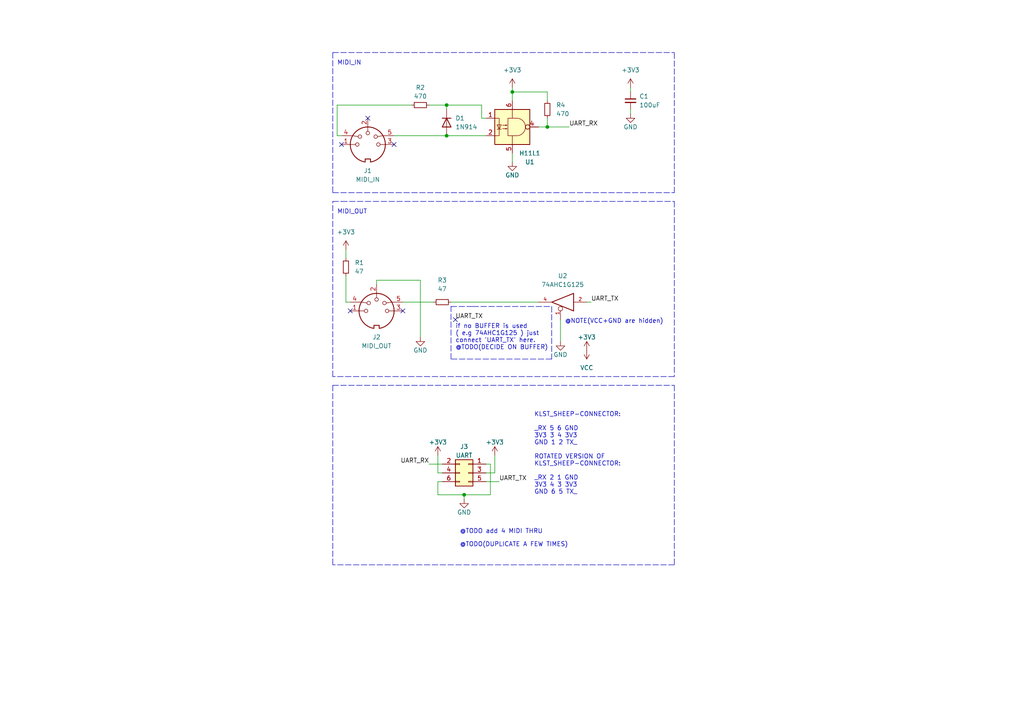
<source format=kicad_sch>
(kicad_sch (version 20211123) (generator eeschema)
  (paper "A4")
  (lib_symbols
    (symbol "74xGxx:74AHC1G125" (pin_names (offset 1.016))
      (property "Reference" "U" (at -2.54 3.81 0))
      (property "Value" "74AHC1G125" (at 0 -3.81 0))
      (symbol "74AHC1G125_0_1"
        (polyline (pts (xy -3.81 2.54) (xy -3.81 -2.54) (xy 2.54 0) (xy -3.81 2.54)) (stroke (width 0.254)))
      )
      (symbol "74AHC1G125_1_1"
        (pin input inverted (at 0 5.08 270) (length 3.81) (name "~") (number "1"))
        (pin input line (at -7.62 0 0) (length 3.81) (name "~") (number "2"))
        (pin power_in line (at 1.27 -1.27 270) (length 0) hide (name "GND") (number "3"))
        (pin tri_state line (at 6.35 0 180) (length 3.81) (name "~") (number "4"))
        (pin power_in line (at 1.27 1.27 90) (length 0) hide (name "VCC") (number "5"))
      )
    )
    (symbol "Connector:DIN-5_180degree" (pin_names (offset 1.016))
      (property "Reference" "J" (at 3.175 5.715 0))
      (property "Value" "DIN-5_180degree" (at 0 -6.35 0))
      (symbol "DIN-5_180degree_0_1"
        (arc (start -5.08 0) (mid -3.8609 -3.3364) (end -0.762 -5.08) (stroke (width 0.254)))
        (circle (center -3.048 0) (radius 0.508))
        (circle (center -2.286 2.286) (radius 0.508))
        (polyline (pts (xy -5.08 0) (xy -3.556 0)))
        (polyline (pts (xy 0 5.08) (xy 0 3.81)))
        (polyline (pts (xy 5.08 0) (xy 3.556 0)))
        (polyline (pts (xy -5.08 2.54) (xy -4.318 2.54) (xy -2.794 2.286)))
        (polyline (pts (xy 5.08 2.54) (xy 4.318 2.54) (xy 2.794 2.286)))
        (polyline (pts (xy -0.762 -4.953) (xy -0.762 -4.191) (xy 0.762 -4.191) (xy 0.762 -4.953)) (stroke (width 0.254)))
        (circle (center 0 3.302) (radius 0.508))
        (arc (start 0.762 -5.08) (mid 3.8685 -3.343) (end 5.08 0) (stroke (width 0.254)))
        (circle (center 2.286 2.286) (radius 0.508))
        (circle (center 3.048 0) (radius 0.508))
        (arc (start 5.08 0) (mid 0 5.08) (end -5.08 0) (stroke (width 0.254)))
      )
      (symbol "DIN-5_180degree_1_1"
        (pin passive line (at -7.62 0 0) (length 2.54) (name "~") (number "1"))
        (pin passive line (at 0 7.62 270) (length 2.54) (name "~") (number "2"))
        (pin passive line (at 7.62 0 180) (length 2.54) (name "~") (number "3"))
        (pin passive line (at -7.62 2.54 0) (length 2.54) (name "~") (number "4"))
        (pin passive line (at 7.62 2.54 180) (length 2.54) (name "~") (number "5"))
      )
    )
    (symbol "Connector_Generic:Conn_02x03_Odd_Even" (pin_names (offset 1.016) hide)
      (property "Reference" "J" (at 1.27 5.08 0))
      (property "Value" "Conn_02x03_Odd_Even" (at 1.27 -5.08 0))
      (symbol "Conn_02x03_Odd_Even_1_1"
        (rectangle (start -1.27 -2.413) (end 0 -2.667) (stroke (width 0.1524)))
        (rectangle (start -1.27 0.127) (end 0 -0.127) (stroke (width 0.1524)))
        (rectangle (start -1.27 2.667) (end 0 2.413) (stroke (width 0.1524)))
        (rectangle (start -1.27 3.81) (end 3.81 -3.81) (stroke (width 0.254)) (fill (type background)))
        (rectangle (start 3.81 -2.413) (end 2.54 -2.667) (stroke (width 0.1524)))
        (rectangle (start 3.81 0.127) (end 2.54 -0.127) (stroke (width 0.1524)))
        (rectangle (start 3.81 2.667) (end 2.54 2.413) (stroke (width 0.1524)))
        (pin passive line (at -5.08 2.54 0) (length 3.81) (name "Pin_1") (number "1"))
        (pin passive line (at 7.62 2.54 180) (length 3.81) (name "Pin_2") (number "2"))
        (pin passive line (at -5.08 0 0) (length 3.81) (name "Pin_3") (number "3"))
        (pin passive line (at 7.62 0 180) (length 3.81) (name "Pin_4") (number "4"))
        (pin passive line (at -5.08 -2.54 0) (length 3.81) (name "Pin_5") (number "5"))
        (pin passive line (at 7.62 -2.54 180) (length 3.81) (name "Pin_6") (number "6"))
      )
    )
    (symbol "Device:C_Small" (pin_numbers hide) (pin_names (offset 0.254) hide)
      (property "Reference" "C" (at 0.254 1.778 0))
      (property "Value" "C_Small" (at 0.254 -2.032 0))
      (symbol "C_Small_0_1"
        (polyline (pts (xy -1.524 -0.508) (xy 1.524 -0.508)) (stroke (width 0.3302)))
        (polyline (pts (xy -1.524 0.508) (xy 1.524 0.508)) (stroke (width 0.3048)))
      )
      (symbol "C_Small_1_1"
        (pin passive line (at 0 2.54 270) (length 2.032) (name "~") (number "1"))
        (pin passive line (at 0 -2.54 90) (length 2.032) (name "~") (number "2"))
      )
    )
    (symbol "Device:R_Small" (pin_numbers hide) (pin_names (offset 0.254) hide)
      (property "Reference" "R" (at 0.762 0.508 0))
      (property "Value" "R_Small" (at 0.762 -1.016 0))
      (symbol "R_Small_0_1"
        (rectangle (start -0.762 1.778) (end 0.762 -1.778) (stroke (width 0.2032)))
      )
      (symbol "R_Small_1_1"
        (pin passive line (at 0 2.54 270) (length 0.762) (name "~") (number "1"))
        (pin passive line (at 0 -2.54 90) (length 0.762) (name "~") (number "2"))
      )
    )
    (symbol "Diode:1N914" (pin_numbers hide) (pin_names (offset 1.016) hide)
      (property "Reference" "D" (at 0 2.54 0))
      (property "Value" "1N914" (at 0 -2.54 0))
      (symbol "1N914_0_1"
        (polyline (pts (xy -1.27 1.27) (xy -1.27 -1.27)) (stroke (width 0.254)))
        (polyline (pts (xy 1.27 0) (xy -1.27 0)))
        (polyline (pts (xy 1.27 1.27) (xy 1.27 -1.27) (xy -1.27 0) (xy 1.27 1.27)) (stroke (width 0.254)))
      )
      (symbol "1N914_1_1"
        (pin passive line (at -3.81 0 0) (length 2.54) (name "K") (number "1"))
        (pin passive line (at 3.81 0 180) (length 2.54) (name "A") (number "2"))
      )
    )
    (symbol "Isolator:H11L1" (pin_names (offset 1.016))
      (property "Reference" "U" (at 1.27 8.89 0))
      (property "Value" "H11L1" (at 1.27 6.35 0))
      (symbol "H11L1_0_1"
        (rectangle (start -5.08 5.08) (end 5.08 -5.08) (stroke (width 0.254)) (fill (type background)))
        (polyline (pts (xy -4.445 -0.635) (xy -3.175 -0.635)))
        (polyline (pts (xy 0 2.54) (xy 0 5.08)))
        (polyline (pts (xy 0 -2.54) (xy 0 -5.08) (xy 0 -3.81)))
        (polyline (pts (xy -5.08 -2.54) (xy -3.81 -2.54) (xy -3.81 2.54) (xy -5.08 2.54)))
        (polyline (pts (xy -3.81 -0.635) (xy -4.445 0.635) (xy -3.175 0.635) (xy -3.81 -0.635)))
        (polyline (pts (xy 1.27 -2.54) (xy -1.27 -2.54) (xy -1.27 2.54) (xy 1.27 2.54)))
        (polyline (pts (xy -2.794 -0.508) (xy -1.524 -0.508) (xy -1.905 -0.635) (xy -1.905 -0.381) (xy -1.524 -0.508)))
        (polyline (pts (xy -2.794 0.508) (xy -1.524 0.508) (xy -1.905 0.381) (xy -1.905 0.635) (xy -1.524 0.508)))
        (arc (start 1.27 -2.54) (mid 3.81 0) (end 1.27 2.54))
      )
      (symbol "H11L1_1_1"
        (pin passive line (at -7.62 2.54 0) (length 2.54) (name "~") (number "1"))
        (pin passive line (at -7.62 -2.54 0) (length 2.54) (name "~") (number "2"))
        (pin no_connect line (at -5.08 0 0) (length 2.54) hide (name "~") (number "3"))
        (pin output inverted (at 7.62 0 180) (length 3.81) (name "~") (number "4"))
        (pin power_in line (at 0 -7.62 90) (length 2.54) (name "~") (number "5"))
        (pin power_in line (at 0 7.62 270) (length 2.54) (name "~") (number "6"))
      )
    )
    (symbol "power:+3V3" (power) (pin_names (offset 0))
      (property "Value" "+3V3" (at 0 3.556 0))
      (symbol "+3V3_0_1"
        (polyline (pts (xy -0.762 1.27) (xy 0 2.54)))
        (polyline (pts (xy 0 0) (xy 0 2.54)))
        (polyline (pts (xy 0 2.54) (xy 0.762 1.27)))
      )
      (symbol "+3V3_1_1"
        (pin power_in line (at 0 0 90) (length 0) hide (name "+3V3") (number "1"))
      )
    )
    (symbol "power:GND" (power) (pin_names (offset 0))
      (property "Value" "GND" (at 0 -3.81 0))
      (symbol "GND_0_1"
        (polyline (pts (xy 0 0) (xy 0 -1.27) (xy 1.27 -1.27) (xy 0 -2.54) (xy -1.27 -1.27) (xy 0 -1.27)))
      )
      (symbol "GND_1_1"
        (pin power_in line (at 0 0 270) (length 0) hide (name "GND") (number "1"))
      )
    )
    (symbol "power:VCC" (power) (pin_names (offset 0))
      (property "Value" "VCC" (at 0 3.81 0))
      (symbol "VCC_0_1"
        (polyline (pts (xy -0.762 1.27) (xy 0 2.54)))
        (polyline (pts (xy 0 0) (xy 0 2.54)))
        (polyline (pts (xy 0 2.54) (xy 0.762 1.27)))
      )
      (symbol "VCC_1_1"
        (pin power_in line (at 0 0 90) (length 0) hide (name "VCC") (number "1"))
      )
    )
  )
  (junction (at 129.54 30.48))
  (junction (at 129.54 39.37))
  (junction (at 158.75 36.83))
  (junction (at 134.62 143.51))
  (junction (at 148.59 26.67))
  (no_connect (at 106.68 34.29))
  (no_connect (at 114.3 41.91))
  (no_connect (at 99.06 41.91))
  (no_connect (at 116.84 90.17))
  (no_connect (at 101.6 90.17))
  (no_connect (at 132.08 92.71))
  (polyline (pts (xy 195.58 109.22) (xy 96.52 109.22)))
  (wire (pts (xy 134.62 143.51) (xy 142.24 143.51)))
  (wire (pts (xy 148.59 26.67) (xy 148.59 29.21)))
  (polyline (pts (xy 99.06 58.42) (xy 195.58 58.42)))
  (wire (pts (xy 121.92 81.28) (xy 121.92 97.79)))
  (polyline (pts (xy 96.52 109.22) (xy 96.52 58.42)))
  (wire (pts (xy 116.84 87.63) (xy 125.73 87.63)))
  (wire (pts (xy 128.27 139.7) (xy 127 139.7)))
  (wire (pts (xy 100.33 80.01) (xy 100.33 87.63)))
  (polyline (pts (xy 96.52 55.88) (xy 195.58 55.88)))
  (wire (pts (xy 129.54 30.48) (xy 129.54 31.75)))
  (wire (pts (xy 109.22 81.28) (xy 121.92 81.28)))
  (wire (pts (xy 158.75 34.29) (xy 158.75 36.83)))
  (polyline (pts (xy 96.52 15.24) (xy 96.52 55.88)))
  (wire (pts (xy 130.81 87.63) (xy 156.21 87.63)))
  (wire (pts (xy 127 139.7) (xy 127 143.51)))
  (wire (pts (xy 100.33 72.39) (xy 100.33 74.93)))
  (wire (pts (xy 156.21 36.83) (xy 158.75 36.83)))
  (wire (pts (xy 182.88 31.75) (xy 182.88 33.02)))
  (polyline (pts (xy 96.52 111.76) (xy 96.52 163.83)))
  (wire (pts (xy 142.24 134.62) (xy 142.24 143.51)))
  (polyline (pts (xy 130.81 104.14) (xy 130.81 88.9)))
  (wire (pts (xy 134.62 143.51) (xy 134.62 144.78)))
  (polyline (pts (xy 195.58 55.88) (xy 195.58 15.24)))
  (wire (pts (xy 148.59 44.45) (xy 148.59 46.99)))
  (wire (pts (xy 101.6 87.63) (xy 100.33 87.63)))
  (wire (pts (xy 127 137.16) (xy 128.27 137.16)))
  (wire (pts (xy 171.45 87.63) (xy 170.18 87.63)))
  (wire (pts (xy 129.54 39.37) (xy 140.97 39.37)))
  (wire (pts (xy 129.54 30.48) (xy 139.7 30.48)))
  (wire (pts (xy 139.7 34.29) (xy 139.7 30.48)))
  (wire (pts (xy 119.38 30.48) (xy 97.79 30.48)))
  (wire (pts (xy 143.51 132.08) (xy 143.51 137.16)))
  (wire (pts (xy 140.97 134.62) (xy 142.24 134.62)))
  (polyline (pts (xy 130.81 88.9) (xy 137.16 88.9)))
  (polyline (pts (xy 96.52 58.42) (xy 99.06 58.42)))
  (wire (pts (xy 140.97 139.7) (xy 144.78 139.7)))
  (polyline (pts (xy 96.52 111.76) (xy 195.58 111.76)))
  (polyline (pts (xy 195.58 163.83) (xy 96.52 163.83)))
  (wire (pts (xy 158.75 36.83) (xy 165.1 36.83)))
  (polyline (pts (xy 137.16 88.9) (xy 160.02 88.9)))
  (polyline (pts (xy 195.58 111.76) (xy 195.58 163.83)))
  (polyline (pts (xy 160.02 88.9) (xy 160.02 104.14)))
  (wire (pts (xy 127 132.08) (xy 127 137.16)))
  (wire (pts (xy 140.97 34.29) (xy 139.7 34.29)))
  (wire (pts (xy 109.22 82.55) (xy 109.22 81.28)))
  (wire (pts (xy 114.3 39.37) (xy 129.54 39.37)))
  (polyline (pts (xy 160.02 104.14) (xy 130.81 104.14)))
  (wire (pts (xy 124.46 30.48) (xy 129.54 30.48)))
  (wire (pts (xy 148.59 26.67) (xy 158.75 26.67)))
  (polyline (pts (xy 96.52 15.24) (xy 195.58 15.24)))
  (wire (pts (xy 162.56 92.71) (xy 162.56 99.06)))
  (wire (pts (xy 148.59 25.4) (xy 148.59 26.67)))
  (wire (pts (xy 97.79 39.37) (xy 99.06 39.37)))
  (wire (pts (xy 182.88 25.4) (xy 182.88 26.67)))
  (wire (pts (xy 124.46 134.62) (xy 128.27 134.62)))
  (wire (pts (xy 143.51 137.16) (xy 140.97 137.16)))
  (wire (pts (xy 97.79 30.48) (xy 97.79 39.37)))
  (polyline (pts (xy 195.58 58.42) (xy 195.58 109.22)))
  (wire (pts (xy 127 143.51) (xy 134.62 143.51)))
  (wire (pts (xy 158.75 29.21) (xy 158.75 26.67)))
  (text "MIDI_IN" (at 97.79 19.05 0) (effects (font (size 1.27 1.27)) (justify left bottom)))
  (text "@TODO add 4 MIDI THRU" (at 133.35 154.94 0) (effects (font (size 1.27 1.27)) (justify left bottom)))
  (text "if no BUFFER is used \n( e.g 74AHC1G125 ) just \nconnect 'UART_TX' here.\n@TODO(DECIDE ON BUFFER)" (at 132.08 101.6 0) (effects (font (size 1.27 1.27)) (justify left bottom)))
  (text "KLST_SHEEP-CONNECTOR:\n\n_RX 5 6 GND\n3V3 3 4 3V3\nGND 1 2 TX_\n\nROTATED VERSION OF \nKLST_SHEEP-CONNECTOR:\n\n_RX 2 1 GND\n3V3 4 3 3V3\nGND 6 5 TX_\n" (at 154.94 143.51 0) (effects (font (size 1.27 1.27)) (justify left bottom)))
  (text "@NOTE(VCC+GND are hidden)" (at 163.83 93.98 0) (effects (font (size 1.27 1.27)) (justify left bottom)))
  (text "@TODO(DUPLICATE A FEW TIMES)" (at 133.35 158.75 0) (effects (font (size 1.27 1.27)) (justify left bottom)))
  (text "MIDI_OUT" (at 97.79 62.23 0) (effects (font (size 1.27 1.27)) (justify left bottom)))
  (label "UART_RX" (at 165.1 36.83 0))
  (label "UART_TX" (at 171.45 87.63 0))
  (label "UART_TX" (at 132.08 92.71 0))
  (label "UART_TX" (at 144.78 139.7 0))
  (label "UART_RX" (at 124.46 134.62 180))
  (symbol (lib_id "power:GND") (at 182.88 33.02 0) (unit 1)
    (property "Reference" "#PWR0104" (effects hide))
    (property "Value" "GND" (at 182.88 36.83 0))
  )
  (symbol (lib_id "power:+3V3") (at 100.33 72.39 0) (unit 1)
    (property "Reference" "#PWR0109" (effects hide))
    (property "Value" "+3V3" (at 100.33 67.31 0))
  )
  (symbol (lib_id "power:+3V3") (at 182.88 25.4 0) (unit 1)
    (property "Reference" "#PWR0103" (effects hide))
    (property "Value" "+3V3" (at 182.88 20.32 0))
  )
  (symbol (lib_id "Device:R_Small") (at 100.33 77.47 0) (unit 1)
    (property "Reference" "R1" (at 102.87 76.1999 0) (effects (justify left)))
    (property "Value" "47" (at 102.87 78.7399 0) (effects (justify left)))
    (property "Footprint" "Resistor_THT:R_Axial_DIN0207_L6.3mm_D2.5mm_P7.62mm_Horizontal" (effects hide))
  )
  (symbol (lib_id "Connector_Generic:Conn_02x03_Odd_Even") (at 135.89 137.16 0) (mirror y) (unit 1)
    (property "Reference" "J3" (at 134.62 129.54 0))
    (property "Value" "UART" (at 134.62 132.08 0))
    (property "Footprint" "Connector_IDC:IDC-Header_2x03_P2.54mm_Horizontal" (effects hide))
    (property "MFR.Part #" "300R-6P" (effects hide))
    (property "Extended Part" "-" (effects hide))
    (property "JLCPCB Part #" "C146629" (effects hide))
  )
  (symbol (lib_id "Connector:DIN-5_180degree") (at 109.22 90.17 0) (unit 1)
    (property "Reference" "J2" (at 109.2201 97.79 0))
    (property "Value" "MIDI_OUT" (at 109.2201 100.33 0))
    (property "Datasheet" "http://www.mouser.com/ds/2/18/40_c091_abd_e-75918.pdf" (effects hide))
  )
  (symbol (lib_id "Diode:1N914") (at 129.54 35.56 270) (unit 1)
    (property "Reference" "D1" (at 132.08 34.2899 90) (effects (justify left)))
    (property "Value" "1N914" (at 132.08 36.8299 90) (effects (justify left)))
    (property "Footprint" "Diode_THT:D_DO-35_SOD27_P7.62mm_Horizontal" (effects hide))
    (property "Datasheet" "http://www.vishay.com/docs/85622/1n914.pdf" (effects hide))
  )
  (symbol (lib_id "74xGxx:74AHC1G125") (at 162.56 87.63 180) (unit 1)
    (property "Reference" "U2" (at 163.195 80.01 0))
    (property "Value" "74AHC1G125" (at 163.195 82.55 0))
    (property "Footprint" "Package_TO_SOT_SMD:SOT-23-5_HandSoldering" (effects hide))
    (property "Datasheet" "http://www.ti.com/lit/sg/scyt129e/scyt129e.pdf" (effects hide))
  )
  (symbol (lib_id "power:VCC") (at 170.18 101.6 180) (unit 1)
    (property "Reference" "#PWR0111" (effects hide))
    (property "Value" "VCC" (at 170.18 106.68 0))
  )
  (symbol (lib_id "power:+3V3") (at 143.51 132.08 0) (unit 1)
    (property "Reference" "#PWR0107" (effects hide))
    (property "Value" "+3V3" (at 143.51 128.27 0))
  )
  (symbol (lib_id "power:GND") (at 134.62 144.78 0) (unit 1)
    (property "Reference" "#PWR0106" (effects hide))
    (property "Value" "GND" (at 134.62 148.59 0))
  )
  (symbol (lib_id "Isolator:H11L1") (at 148.59 36.83 0) (unit 1)
    (property "Reference" "U1" (at 153.67 46.99 0))
    (property "Value" "H11L1" (at 153.67 44.45 0))
    (property "Footprint" "Package_DIP:DIP-6_W7.62mm" (effects hide))
    (property "Datasheet" "https://www.onsemi.com/pub/Collateral/H11L3M-D.PDF" (effects hide))
  )
  (symbol (lib_id "power:GND") (at 121.92 97.79 0) (unit 1)
    (property "Reference" "#PWR0110" (effects hide))
    (property "Value" "GND" (at 121.92 101.6 0))
  )
  (symbol (lib_id "power:GND") (at 162.56 99.06 0) (mirror y) (unit 1)
    (property "Reference" "#PWR0102" (effects hide))
    (property "Value" "GND" (at 162.56 102.87 0))
  )
  (symbol (lib_id "Device:R_Small") (at 121.92 30.48 90) (unit 1)
    (property "Reference" "R2" (at 121.92 25.4 90))
    (property "Value" "470" (at 121.92 27.94 90))
    (property "Footprint" "Resistor_THT:R_Axial_DIN0207_L6.3mm_D2.5mm_P7.62mm_Horizontal" (effects hide))
  )
  (symbol (lib_id "Device:C_Small") (at 182.88 29.21 0) (unit 1)
    (property "Reference" "C1" (at 185.42 27.9462 0) (effects (justify left)))
    (property "Value" "100uF" (at 185.42 30.4862 0) (effects (justify left)))
  )
  (symbol (lib_id "power:GND") (at 148.59 46.99 0) (unit 1)
    (property "Reference" "#PWR0108" (effects hide))
    (property "Value" "GND" (at 148.59 50.8 0))
  )
  (symbol (lib_id "Connector:DIN-5_180degree") (at 106.68 41.91 0) (unit 1)
    (property "Reference" "J1" (at 106.6801 49.53 0))
    (property "Value" "MIDI_IN" (at 106.6801 52.07 0))
    (property "Datasheet" "http://www.mouser.com/ds/2/18/40_c091_abd_e-75918.pdf" (effects hide))
  )
  (symbol (lib_id "Device:R_Small") (at 158.75 31.75 0) (unit 1)
    (property "Reference" "R4" (at 161.29 30.4799 0) (effects (justify left)))
    (property "Value" "470" (at 161.29 33.0199 0) (effects (justify left)))
    (property "Footprint" "Resistor_THT:R_Axial_DIN0207_L6.3mm_D2.5mm_P7.62mm_Horizontal" (effects hide))
  )
  (symbol (lib_id "power:+3V3") (at 148.59 25.4 0) (unit 1)
    (property "Reference" "#PWR0105" (effects hide))
    (property "Value" "+3V3" (at 148.59 20.32 0))
  )
  (symbol (lib_id "power:+3V3") (at 170.18 101.6 0) (unit 1)
    (property "Reference" "#PWR0112" (effects hide))
    (property "Value" "+3V3" (at 170.18 97.79 0))
  )
  (symbol (lib_id "power:+3V3") (at 127 132.08 0) (unit 1)
    (property "Reference" "#PWR0101" (effects hide))
    (property "Value" "+3V3" (at 127 128.27 0))
  )
  (symbol (lib_id "Device:R_Small") (at 128.27 87.63 90) (unit 1)
    (property "Reference" "R3" (at 128.27 81.28 90))
    (property "Value" "47" (at 128.27 83.82 90))
    (property "Footprint" "Resistor_THT:R_Axial_DIN0207_L6.3mm_D2.5mm_P7.62mm_Horizontal" (effects hide))
  )
)
</source>
